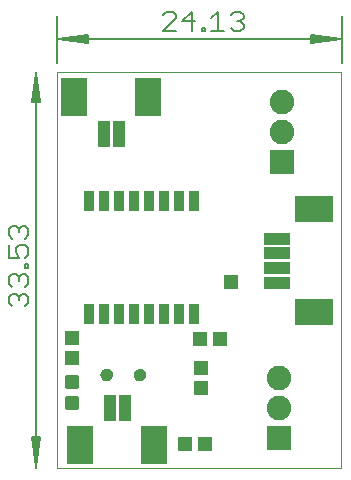
<source format=gts>
G75*
%MOIN*%
%OFA0B0*%
%FSLAX25Y25*%
%IPPOS*%
%LPD*%
%AMOC8*
5,1,8,0,0,1.08239X$1,22.5*
%
%ADD10C,0.00000*%
%ADD11C,0.00512*%
%ADD12C,0.00600*%
%ADD13R,0.03800X0.06800*%
%ADD14C,0.00500*%
%ADD15R,0.08200X0.08200*%
%ADD16C,0.08200*%
%ADD17C,0.01421*%
%ADD18R,0.04737X0.05131*%
%ADD19R,0.03950X0.08674*%
%ADD20R,0.09068X0.12611*%
%ADD21R,0.08674X0.03950*%
%ADD22R,0.12611X0.09068*%
%ADD23R,0.05131X0.04737*%
%ADD24R,0.04762X0.04762*%
D10*
X0019595Y0008986D02*
X0019595Y0140946D01*
X0114296Y0140946D01*
X0114296Y0008986D01*
X0019595Y0008986D01*
D11*
X0012595Y0008986D02*
X0012595Y0008986D01*
X0012595Y0009241D02*
X0013619Y0019222D01*
X0013852Y0019222D02*
X0012595Y0009241D01*
X0011572Y0019222D01*
X0011338Y0019222D02*
X0013852Y0019222D01*
X0013107Y0019222D02*
X0012595Y0009241D01*
X0012083Y0019222D01*
X0011338Y0019222D02*
X0012595Y0009241D01*
X0012595Y0140730D01*
X0013619Y0130749D01*
X0013852Y0130749D02*
X0012595Y0140730D01*
X0011572Y0130749D01*
X0011338Y0130749D02*
X0013852Y0130749D01*
X0013107Y0130749D02*
X0012595Y0140730D01*
X0012083Y0130749D01*
X0011338Y0130749D02*
X0012595Y0140730D01*
X0012595Y0140986D02*
X0012595Y0140986D01*
X0019595Y0143986D02*
X0019595Y0159663D01*
X0019851Y0151986D02*
X0029831Y0150962D01*
X0029831Y0150729D02*
X0019851Y0151986D01*
X0029831Y0153009D01*
X0029831Y0153242D02*
X0029831Y0150729D01*
X0029831Y0151474D02*
X0019851Y0151986D01*
X0029831Y0152497D01*
X0029831Y0153242D02*
X0019851Y0151986D01*
X0114339Y0151986D01*
X0104359Y0150962D01*
X0104359Y0150729D02*
X0114339Y0151986D01*
X0104359Y0153009D01*
X0104359Y0153242D02*
X0104359Y0150729D01*
X0104359Y0151474D02*
X0114339Y0151986D01*
X0104359Y0152497D01*
X0104359Y0153242D02*
X0114339Y0151986D01*
X0114595Y0159663D02*
X0114595Y0143986D01*
D12*
X0081750Y0155615D02*
X0080682Y0154547D01*
X0078547Y0154547D01*
X0077479Y0155615D01*
X0075304Y0154547D02*
X0071034Y0154547D01*
X0073169Y0154547D02*
X0073169Y0160953D01*
X0071034Y0158818D01*
X0068879Y0155615D02*
X0068879Y0154547D01*
X0067811Y0154547D01*
X0067811Y0155615D01*
X0068879Y0155615D01*
X0065636Y0157750D02*
X0061366Y0157750D01*
X0064568Y0160953D01*
X0064568Y0154547D01*
X0059190Y0154547D02*
X0054920Y0154547D01*
X0059190Y0158818D01*
X0059190Y0159885D01*
X0058123Y0160953D01*
X0055988Y0160953D01*
X0054920Y0159885D01*
X0077479Y0159885D02*
X0078547Y0160953D01*
X0080682Y0160953D01*
X0081750Y0159885D01*
X0081750Y0158818D01*
X0080682Y0157750D01*
X0081750Y0156683D01*
X0081750Y0155615D01*
X0080682Y0157750D02*
X0079614Y0157750D01*
X0010033Y0088572D02*
X0010033Y0086437D01*
X0008966Y0085370D01*
X0008966Y0083194D02*
X0010033Y0082127D01*
X0010033Y0079992D01*
X0008966Y0078924D01*
X0008966Y0076769D02*
X0010033Y0076769D01*
X0010033Y0075701D01*
X0008966Y0075701D01*
X0008966Y0076769D01*
X0006831Y0078924D02*
X0005763Y0081059D01*
X0005763Y0082127D01*
X0006831Y0083194D01*
X0008966Y0083194D01*
X0006831Y0078924D02*
X0003628Y0078924D01*
X0003628Y0083194D01*
X0004695Y0085370D02*
X0003628Y0086437D01*
X0003628Y0088572D01*
X0004695Y0089640D01*
X0005763Y0089640D01*
X0006831Y0088572D01*
X0007898Y0089640D01*
X0008966Y0089640D01*
X0010033Y0088572D01*
X0006831Y0088572D02*
X0006831Y0087505D01*
X0007898Y0073526D02*
X0006831Y0072459D01*
X0006831Y0071391D01*
X0006831Y0072459D02*
X0005763Y0073526D01*
X0004695Y0073526D01*
X0003628Y0072459D01*
X0003628Y0070323D01*
X0004695Y0069256D01*
X0004695Y0067081D02*
X0003628Y0066013D01*
X0003628Y0063878D01*
X0004695Y0062810D01*
X0006831Y0064946D02*
X0006831Y0066013D01*
X0007898Y0067081D01*
X0008966Y0067081D01*
X0010033Y0066013D01*
X0010033Y0063878D01*
X0008966Y0062810D01*
X0006831Y0066013D02*
X0005763Y0067081D01*
X0004695Y0067081D01*
X0008966Y0069256D02*
X0010033Y0070323D01*
X0010033Y0072459D01*
X0008966Y0073526D01*
X0007898Y0073526D01*
D13*
X0030095Y0060186D03*
X0035095Y0060186D03*
X0040095Y0060186D03*
X0045095Y0060186D03*
X0050095Y0060186D03*
X0055095Y0060186D03*
X0060095Y0060186D03*
X0065095Y0060186D03*
X0065095Y0097786D03*
X0060095Y0097786D03*
X0055095Y0097786D03*
X0050095Y0097786D03*
X0045095Y0097786D03*
X0040095Y0097786D03*
X0035095Y0097786D03*
X0030095Y0097786D03*
D14*
X0035721Y0041676D02*
X0036105Y0041716D01*
X0036487Y0041682D01*
X0036851Y0041564D01*
X0037180Y0041368D01*
X0037457Y0041103D01*
X0037668Y0040784D01*
X0037803Y0040425D01*
X0037855Y0040046D01*
X0037820Y0039645D01*
X0037697Y0039263D01*
X0037491Y0038917D01*
X0037214Y0038626D01*
X0036879Y0038403D01*
X0036503Y0038261D01*
X0036105Y0038206D01*
X0035712Y0038257D01*
X0035340Y0038394D01*
X0035008Y0038611D01*
X0034733Y0038896D01*
X0034527Y0039235D01*
X0034403Y0039611D01*
X0034365Y0040006D01*
X0034412Y0040389D01*
X0034542Y0040753D01*
X0034751Y0041078D01*
X0035026Y0041349D01*
X0035355Y0041552D01*
X0035721Y0041676D01*
X0035423Y0041575D02*
X0036818Y0041575D01*
X0037475Y0041076D02*
X0034750Y0041076D01*
X0034479Y0040578D02*
X0037746Y0040578D01*
X0037850Y0040079D02*
X0034374Y0040079D01*
X0034413Y0039581D02*
X0037799Y0039581D01*
X0037590Y0039082D02*
X0034620Y0039082D01*
X0035050Y0038584D02*
X0037151Y0038584D01*
X0045423Y0039611D02*
X0045548Y0039235D01*
X0045753Y0038896D01*
X0046028Y0038611D01*
X0046360Y0038394D01*
X0046732Y0038257D01*
X0047125Y0038206D01*
X0047523Y0038261D01*
X0047899Y0038403D01*
X0048234Y0038626D01*
X0048511Y0038917D01*
X0048717Y0039263D01*
X0048840Y0039645D01*
X0048875Y0040046D01*
X0048823Y0040425D01*
X0048688Y0040784D01*
X0048477Y0041103D01*
X0048200Y0041368D01*
X0047871Y0041564D01*
X0047507Y0041682D01*
X0047125Y0041716D01*
X0046741Y0041676D01*
X0046375Y0041552D01*
X0046046Y0041349D01*
X0045771Y0041078D01*
X0045562Y0040753D01*
X0045432Y0040389D01*
X0045385Y0040006D01*
X0045423Y0039611D01*
X0045433Y0039581D02*
X0048819Y0039581D01*
X0048871Y0040079D02*
X0045394Y0040079D01*
X0045500Y0040578D02*
X0048766Y0040578D01*
X0048495Y0041076D02*
X0045770Y0041076D01*
X0046443Y0041575D02*
X0047838Y0041575D01*
X0048610Y0039082D02*
X0045640Y0039082D01*
X0046070Y0038584D02*
X0048171Y0038584D01*
D15*
X0093654Y0018986D03*
X0094654Y0110986D03*
D16*
X0094654Y0120986D03*
X0094654Y0130986D03*
X0093654Y0038986D03*
X0093654Y0028986D03*
D17*
X0026253Y0032191D02*
X0022937Y0032191D01*
X0026253Y0032191D02*
X0026253Y0028875D01*
X0022937Y0028875D01*
X0022937Y0032191D01*
X0022937Y0030295D02*
X0026253Y0030295D01*
X0026253Y0031715D02*
X0022937Y0031715D01*
X0022937Y0039096D02*
X0026253Y0039096D01*
X0026253Y0035780D01*
X0022937Y0035780D01*
X0022937Y0039096D01*
X0022937Y0037200D02*
X0026253Y0037200D01*
X0026253Y0038620D02*
X0022937Y0038620D01*
D18*
X0024595Y0045639D03*
X0024595Y0052332D03*
X0067595Y0042332D03*
X0067595Y0035639D03*
D19*
X0042056Y0028828D03*
X0037135Y0028828D03*
X0035135Y0120143D03*
X0040056Y0120143D03*
D20*
X0049898Y0132446D03*
X0025292Y0132446D03*
X0027292Y0016525D03*
X0051898Y0016525D03*
D21*
X0092753Y0070604D03*
X0092753Y0075525D03*
X0092753Y0080446D03*
X0092753Y0085367D03*
D22*
X0105056Y0095210D03*
X0105056Y0060761D03*
D23*
X0073942Y0051986D03*
X0067249Y0051986D03*
X0068942Y0016986D03*
X0062249Y0016986D03*
D24*
X0077595Y0070986D03*
M02*

</source>
